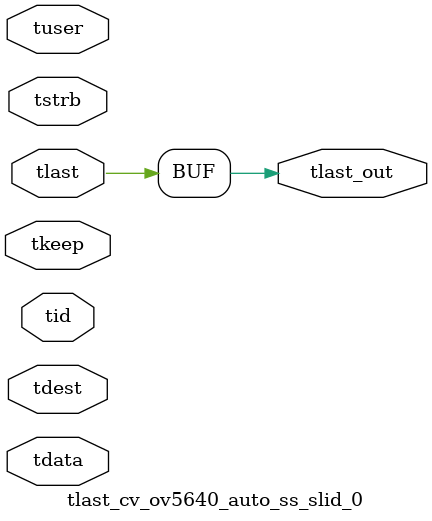
<source format=v>


`timescale 1ps/1ps

module tlast_cv_ov5640_auto_ss_slid_0 #
(
parameter C_S_AXIS_TID_WIDTH   = 1,
parameter C_S_AXIS_TUSER_WIDTH = 0,
parameter C_S_AXIS_TDATA_WIDTH = 0,
parameter C_S_AXIS_TDEST_WIDTH = 0
)
(
input  [(C_S_AXIS_TID_WIDTH   == 0 ? 1 : C_S_AXIS_TID_WIDTH)-1:0       ] tid,
input  [(C_S_AXIS_TDATA_WIDTH == 0 ? 1 : C_S_AXIS_TDATA_WIDTH)-1:0     ] tdata,
input  [(C_S_AXIS_TUSER_WIDTH == 0 ? 1 : C_S_AXIS_TUSER_WIDTH)-1:0     ] tuser,
input  [(C_S_AXIS_TDEST_WIDTH == 0 ? 1 : C_S_AXIS_TDEST_WIDTH)-1:0     ] tdest,
input  [(C_S_AXIS_TDATA_WIDTH/8)-1:0 ] tkeep,
input  [(C_S_AXIS_TDATA_WIDTH/8)-1:0 ] tstrb,
input  [0:0]                                                             tlast,
output                                                                   tlast_out
);

assign tlast_out = {tlast};

endmodule


</source>
